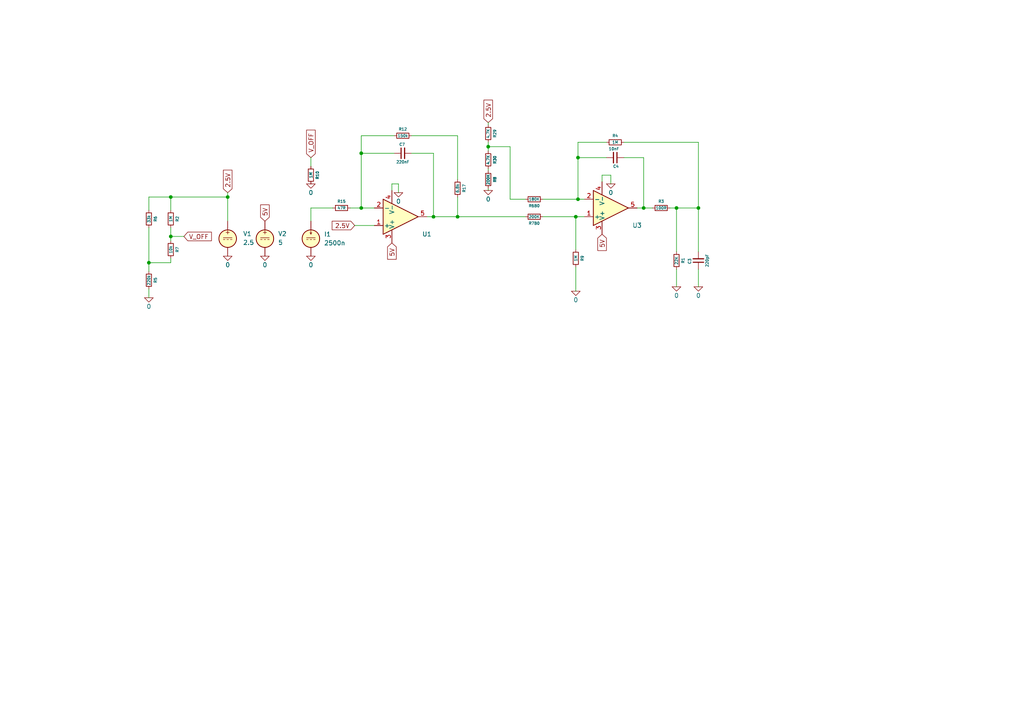
<source format=kicad_sch>
(kicad_sch (version 20250114) (generator "eeschema") (generator_version "9.0")
  (paper "A4")
  (title_block (title "OGS_Board") (date "2024-09-09") (rev "1") (company "Oizom Instruments Private Limited") (comment 1 "H2S / CO / SO2"))
  (lib_symbols
    (symbol "Device:C_Small" (pin_numbers (hide yes)) (pin_names (offset 0.254) (hide yes))
      (property "Reference" "C" (at 0.254 1.778 0))
      (property "Value" "C_Small" (at 0.254 -2.032 0))
      (symbol "C_Small_0_1"
        (polyline (pts (xy -1.524 0.508) (xy 1.524 0.508)) (stroke (width 0.3048)))
        (polyline (pts (xy -1.524 -0.508) (xy 1.524 -0.508)) (stroke (width 0.3302)))
      )
      (symbol "C_Small_1_1"
        (pin passive line (at 0 2.54 270) (length 2.032) (name "~") (number "1"))
        (pin passive line (at 0 -2.54 90) (length 2.032) (name "~") (number "2"))
      )
    )
    (symbol "Device:R_Small" (pin_numbers (hide yes)) (pin_names (offset 0.254) (hide yes))
      (property "Reference" "R" (at 0.762 0.508 0))
      (property "Value" "R_Small" (at 0.762 -1.016 0))
      (symbol "R_Small_0_1"
        (rectangle (start -0.762 1.778) (end 0.762 -1.778) (stroke (width 0.2032)))
      )
      (symbol "R_Small_1_1"
        (pin passive line (at 0 2.54 270) (length 0.762) (name "~") (number "1"))
        (pin passive line (at 0 -2.54 90) (length 0.762) (name "~") (number "2"))
      )
    )
    (symbol "Simulation_SPICE:0" (power) (pin_numbers (hide yes)) (pin_names (offset 0) (hide yes))
      (property "Value" "0" (at 0 -2.54 0))
      (symbol "0_0_1"
        (polyline (pts (xy -1.27 0) (xy 0 -1.27) (xy 1.27 0) (xy -1.27 0)))
      )
      (symbol "0_1_1"
        (pin power_in line (at 0 0 0) (length 0) (name "~") (number "1"))
      )
    )
    (symbol "Simulation_SPICE:IDC" (pin_numbers (hide yes)) (pin_names (offset 0.0254))
      (property "Reference" "I" (at 2.54 2.54 0))
      (property "Value" "1" (at 2.54 0 0))
      (symbol "IDC_0_0"
        (polyline (pts (xy -1.27 0.254) (xy 1.27 0.254)))
        (polyline (pts (xy -0.762 -0.254) (xy -1.27 -0.254)))
        (polyline (pts (xy 0.254 -0.254) (xy -0.254 -0.254)))
        (polyline (pts (xy 1.27 -0.254) (xy 0.762 -0.254)))
      )
      (symbol "IDC_0_1"
        (polyline (pts (xy -0.254 1.778) (xy 0 1.27) (xy 0.254 1.778)))
        (polyline (pts (xy 0 1.27) (xy 0 2.286)))
        (circle (center 0 0) (radius 2.54) (stroke (width 0.254)) (fill (type background)))
      )
      (symbol "IDC_1_1"
        (pin passive line (at 0 5.08 270) (length 2.54) (name "~") (number "1"))
        (pin passive line (at 0 -5.08 90) (length 2.54) (name "~") (number "2"))
      )
    )
    (symbol "Simulation_SPICE:OPAMP" (pin_names (offset 0.254))
      (property "Reference" "U" (at 3.81 3.175 0))
      (property "Value" "${SIM.PARAMS}" (at 3.81 -3.175 0))
      (symbol "OPAMP_0_1"
        (polyline (pts (xy 5.08 0) (xy -5.08 5.08) (xy -5.08 -5.08) (xy 5.08 0)) (stroke (width 0.254)) (fill (type background)))
      )
      (symbol "OPAMP_1_1"
        (pin input line (at -7.62 2.54 0) (length 2.54) (name "+") (number "1"))
        (pin input line (at -7.62 -2.54 0) (length 2.54) (name "-") (number "2"))
        (pin power_in line (at -2.54 7.62 270) (length 3.81) (name "V+") (number "3"))
        (pin power_in line (at -2.54 -7.62 90) (length 3.81) (name "V-") (number "4"))
        (pin output line (at 7.62 0 180) (length 2.54) (name "~") (number "5"))
      )
    )
    (symbol "Simulation_SPICE:VDC" (pin_numbers (hide yes)) (pin_names (offset 0.0254))
      (property "Reference" "V" (at 2.54 2.54 0))
      (property "Value" "1" (at 2.54 0 0))
      (symbol "VDC_0_0"
        (polyline (pts (xy -1.27 0.254) (xy 1.27 0.254)))
        (polyline (pts (xy -0.762 -0.254) (xy -1.27 -0.254)))
        (polyline (pts (xy 0.254 -0.254) (xy -0.254 -0.254)))
        (polyline (pts (xy 1.27 -0.254) (xy 0.762 -0.254)))
        (text "+" (at 0 1.905 0) (effects (font (size 1.27 1.27))))
      )
      (symbol "VDC_0_1"
        (circle (center 0 0) (radius 2.54) (stroke (width 0.254)) (fill (type background)))
      )
      (symbol "VDC_1_1"
        (pin passive line (at 0 5.08 270) (length 2.54) (name "~") (number "1"))
        (pin passive line (at 0 -5.08 90) (length 2.54) (name "~") (number "2"))
      )
    )
  )
  (junction (at 125.73 62.865))
  (junction (at 49.53 57.15))
  (junction (at 141.605 42.545))
  (junction (at 43.18 76.2))
  (junction (at 167.64 45.72))
  (junction (at 186.69 60.325))
  (junction (at 196.215 60.325))
  (junction (at 202.565 60.325))
  (junction (at 49.53 68.58))
  (junction (at 66.04 57.15))
  (junction (at 104.775 44.45))
  (junction (at 167.005 62.865))
  (junction (at 167.64 57.785))
  (junction (at 132.715 62.865))
  (junction (at 104.775 60.325))
  (wire (pts (xy 174.625 52.705) (xy 174.625 50.8)))
  (wire (pts (xy 132.715 39.37) (xy 119.38 39.37)))
  (wire (pts (xy 141.605 42.545) (xy 141.605 43.815)))
  (wire (pts (xy 141.605 35.56) (xy 141.605 36.195)))
  (wire (pts (xy 202.565 78.105) (xy 202.565 83.185)))
  (wire (pts (xy 113.665 55.245) (xy 113.665 53.34)))
  (wire (pts (xy 132.715 52.07) (xy 132.715 39.37)))
  (wire (pts (xy 167.64 45.72) (xy 175.895 45.72)))
  (wire (pts (xy 49.53 66.04) (xy 49.53 68.58)))
  (wire (pts (xy 101.6 60.325) (xy 104.775 60.325)))
  (wire (pts (xy 43.18 76.2) (xy 43.18 78.74)))
  (wire (pts (xy 125.73 62.865) (xy 132.715 62.865)))
  (wire (pts (xy 202.565 41.275) (xy 202.565 60.325)))
  (wire (pts (xy 43.18 57.15) (xy 49.53 57.15)))
  (wire (pts (xy 174.625 50.8) (xy 177.165 50.8)))
  (wire (pts (xy 49.53 74.93) (xy 49.53 76.2)))
  (wire (pts (xy 113.665 53.34) (xy 115.57 53.34)))
  (wire (pts (xy 147.955 57.785) (xy 147.955 42.545)))
  (wire (pts (xy 167.005 62.865) (xy 169.545 62.865)))
  (wire (pts (xy 66.04 55.88) (xy 66.04 57.15)))
  (wire (pts (xy 43.18 83.82) (xy 43.18 86.36)))
  (wire (pts (xy 175.895 41.275) (xy 167.64 41.275)))
  (wire (pts (xy 177.165 50.8) (xy 177.165 53.34)))
  (wire (pts (xy 90.17 60.325) (xy 96.52 60.325)))
  (wire (pts (xy 167.005 62.865) (xy 167.005 72.39)))
  (wire (pts (xy 157.48 57.785) (xy 167.64 57.785)))
  (wire (pts (xy 141.605 48.895) (xy 141.605 49.53)))
  (wire (pts (xy 115.57 53.34) (xy 115.57 55.88)))
  (wire (pts (xy 49.53 76.2) (xy 43.18 76.2)))
  (wire (pts (xy 49.53 57.15) (xy 49.53 60.96)))
  (wire (pts (xy 90.17 45.72) (xy 90.17 48.26)))
  (wire (pts (xy 49.53 68.58) (xy 49.53 69.85)))
  (wire (pts (xy 167.005 77.47) (xy 167.005 84.455)))
  (wire (pts (xy 66.04 57.15) (xy 66.04 64.135)))
  (wire (pts (xy 141.605 54.61) (xy 141.605 55.245)))
  (wire (pts (xy 180.975 45.72) (xy 186.69 45.72)))
  (wire (pts (xy 125.73 62.865) (xy 125.73 44.45)))
  (wire (pts (xy 141.605 42.545) (xy 147.955 42.545)))
  (wire (pts (xy 114.3 39.37) (xy 104.775 39.37)))
  (wire (pts (xy 196.215 60.325) (xy 196.215 73.025)))
  (wire (pts (xy 157.48 62.865) (xy 167.005 62.865)))
  (wire (pts (xy 184.785 60.325) (xy 186.69 60.325)))
  (wire (pts (xy 132.715 62.865) (xy 152.4 62.865)))
  (wire (pts (xy 90.17 60.325) (xy 90.17 64.135)))
  (wire (pts (xy 104.775 44.45) (xy 114.3 44.45)))
  (wire (pts (xy 123.825 62.865) (xy 125.73 62.865)))
  (wire (pts (xy 49.53 57.15) (xy 66.04 57.15)))
  (wire (pts (xy 102.87 65.405) (xy 108.585 65.405)))
  (wire (pts (xy 49.53 68.58) (xy 53.34 68.58)))
  (wire (pts (xy 104.775 44.45) (xy 104.775 60.325)))
  (wire (pts (xy 202.565 60.325) (xy 196.215 60.325)))
  (wire (pts (xy 196.215 78.105) (xy 196.215 83.185)))
  (wire (pts (xy 125.73 44.45) (xy 119.38 44.45)))
  (wire (pts (xy 167.64 57.785) (xy 169.545 57.785)))
  (wire (pts (xy 167.64 41.275) (xy 167.64 45.72)))
  (wire (pts (xy 43.18 60.96) (xy 43.18 57.15)))
  (wire (pts (xy 104.775 60.325) (xy 108.585 60.325)))
  (wire (pts (xy 186.69 60.325) (xy 189.23 60.325)))
  (wire (pts (xy 180.975 41.275) (xy 202.565 41.275)))
  (wire (pts (xy 202.565 60.325) (xy 202.565 73.025)))
  (wire (pts (xy 167.64 45.72) (xy 167.64 57.785)))
  (wire (pts (xy 43.18 66.04) (xy 43.18 76.2)))
  (wire (pts (xy 186.69 45.72) (xy 186.69 60.325)))
  (wire (pts (xy 104.775 39.37) (xy 104.775 44.45)))
  (wire (pts (xy 152.4 57.785) (xy 147.955 57.785)))
  (wire (pts (xy 196.215 60.325) (xy 194.31 60.325)))
  (wire (pts (xy 132.715 57.15) (xy 132.715 62.865)))
  (wire (pts (xy 141.605 41.275) (xy 141.605 42.545)))
  (global_label "V_OFF" (shape input) (at 90.17 45.72 90) (property "Intersheetrefs" "${INTERSHEET_REFS}" (effects (hide yes))))
  (global_label "2.5V" (shape input) (at 102.87 65.405 180) (property "Intersheetrefs" "${INTERSHEET_REFS}" (effects (hide yes))))
  (global_label "2.5V" (shape input) (at 141.605 35.56 90) (property "Intersheetrefs" "${INTERSHEET_REFS}" (effects (hide yes))))
  (global_label "5V" (shape input) (at 76.835 64.135 90) (property "Intersheetrefs" "${INTERSHEET_REFS}" (effects (hide yes))))
  (global_label "5V" (shape input) (at 174.625 67.945 270) (property "Intersheetrefs" "${INTERSHEET_REFS}" (effects (hide yes))))
  (global_label "2.5V" (shape input) (at 66.04 55.88 90) (property "Intersheetrefs" "${INTERSHEET_REFS}" (effects (hide yes))))
  (global_label "V_OFF" (shape input) (at 53.34 68.58 0) (property "Intersheetrefs" "${INTERSHEET_REFS}" (effects (hide yes))))
  (global_label "5V" (shape input) (at 113.665 70.485 270) (property "Intersheetrefs" "${INTERSHEET_REFS}" (effects (hide yes))))
  (symbol (lib_id "Device:R_Small") (at 154.94 57.785 270) (unit 1)
    (property "Reference" "R6B0" (at 154.94 59.69 90) (effects (font (size 0.8 0.8))))
    (property "Value" "180K" (at 154.94 57.785 90) (effects (font (size 0.8 0.8))))
    (property "Footprint" "Resistor_SMD:R_0603_1608Metric" (effects (hide yes)))
  )
  (symbol (lib_id "Simulation_SPICE:OPAMP") (at 177.165 60.325 0) (mirror x) (unit 1)
    (property "Reference" "U3" (at 184.785 65.3736 0))
    (property "Value" "${SIM.PARAMS}" (at 184.785 63.4685 0))
    (property "Datasheet" "https://ngspice.sourceforge.io/docs/ngspice-html-manual/manual.xhtml#sec__SUBCKT_Subcircuits" (effects (hide yes)))
    (property "Description" "Operational amplifier, single, node sequence=1:+ 2:- 3:OUT 4:V+ 5:V-" (effects (hide yes)))
    (property "Sim.Pins" "1=in+ 2=in- 3=vcc 4=vee 5=out" (effects (hide yes)))
    (property "Sim.Device" "SUBCKT" (effects (hide yes)))
    (property "Sim.Library" "${KICAD8_SYMBOL_DIR}/Simulation_SPICE.sp" (effects (hide yes)))
    (property "Sim.Name" "kicad_builtin_opamp" (effects (hide yes)))
  )
  (symbol (lib_id "Device:R_Small") (at 196.215 75.565 0) (unit 1)
    (property "Reference" "R1" (at 198.12 75.565 90) (effects (font (size 0.8 0.8))))
    (property "Value" "22K" (at 196.215 75.565 90) (effects (font (size 0.8 0.8))))
    (property "Footprint" "Resistor_SMD:R_0603_1608Metric" (effects (hide yes)))
  )
  (symbol (lib_id "Device:R_Small") (at 141.605 38.735 0) (unit 1)
    (property "Reference" "R29" (at 143.51 38.735 90) (effects (font (size 0.8 0.8))))
    (property "Value" "4.7K" (at 141.605 38.735 90) (effects (font (size 0.8 0.8))))
    (property "Footprint" "Resistor_SMD:R_0603_1608Metric" (effects (hide yes)))
  )
  (symbol (lib_id "Simulation_SPICE:0") (at 167.005 84.455 0) (unit 1)
    (property "Reference" "#GND02" (effects (hide yes)))
    (property "Value" "0" (at 167.005 86.995 0))
    (property "Datasheet" "https://ngspice.sourceforge.io/docs/ngspice-html-manual/manual.xhtml#subsec_Circuit_elements__device" (effects (hide yes)))
    (property "Description" "0V reference potential for simulation" (effects (hide yes)))
  )
  (symbol (lib_id "Device:R_Small") (at 141.605 46.355 0) (unit 1)
    (property "Reference" "R30" (at 143.51 46.355 90) (effects (font (size 0.8 0.8))))
    (property "Value" "4.7K" (at 141.605 46.355 90) (effects (font (size 0.8 0.8))))
    (property "Footprint" "Resistor_SMD:R_0603_1608Metric" (effects (hide yes)))
  )
  (symbol (lib_id "Device:C_Small") (at 202.565 75.565 180) (unit 1)
    (property "Reference" "C3" (at 200.025 74.93 90) (effects (font (size 0.8 0.8)) (justify left)))
    (property "Value" "220pF" (at 205.105 73.66 90) (effects (font (size 0.8 0.8)) (justify left)))
    (property "Footprint" "Capacitor_SMD:C_0603_1608Metric" (effects (hide yes)))
  )
  (symbol (lib_id "Simulation_SPICE:0") (at 196.215 83.185 0) (unit 1)
    (property "Reference" "#GND05" (effects (hide yes)))
    (property "Value" "0" (at 196.215 85.725 0))
    (property "Datasheet" "https://ngspice.sourceforge.io/docs/ngspice-html-manual/manual.xhtml#subsec_Circuit_elements__device" (effects (hide yes)))
    (property "Description" "0V reference potential for simulation" (effects (hide yes)))
  )
  (symbol (lib_id "Simulation_SPICE:0") (at 66.04 74.295 0) (unit 1)
    (property "Reference" "#GND07" (effects (hide yes)))
    (property "Value" "0" (at 66.04 76.835 0))
    (property "Datasheet" "https://ngspice.sourceforge.io/docs/ngspice-html-manual/manual.xhtml#subsec_Circuit_elements__device" (effects (hide yes)))
    (property "Description" "0V reference potential for simulation" (effects (hide yes)))
  )
  (symbol (lib_id "Device:R_Small") (at 90.17 50.8 0) (unit 1)
    (property "Reference" "R10" (at 92.075 50.8 90) (effects (font (size 0.8 0.8))))
    (property "Value" "1M" (at 90.17 50.8 90) (effects (font (size 0.8 0.8))))
    (property "Footprint" "Resistor_SMD:R_0603_1608Metric" (effects (hide yes)))
  )
  (symbol (lib_id "Device:R_Small") (at 99.06 60.325 90) (unit 1)
    (property "Reference" "R15" (at 99.06 58.42 90) (effects (font (size 0.8 0.8))))
    (property "Value" "47R" (at 99.06 60.325 90) (effects (font (size 0.8 0.8))))
    (property "Footprint" "Resistor_SMD:R_0603_1608Metric" (effects (hide yes)))
  )
  (symbol (lib_id "Simulation_SPICE:0") (at 141.605 55.245 0) (unit 1)
    (property "Reference" "#GND01" (effects (hide yes)))
    (property "Value" "0" (at 141.605 57.785 0))
    (property "Datasheet" "https://ngspice.sourceforge.io/docs/ngspice-html-manual/manual.xhtml#subsec_Circuit_elements__device" (effects (hide yes)))
    (property "Description" "0V reference potential for simulation" (effects (hide yes)))
  )
  (symbol (lib_id "Device:C_Small") (at 178.435 45.72 270) (unit 1)
    (property "Reference" "C4" (at 177.8 48.26 90) (effects (font (size 0.8 0.8)) (justify left)))
    (property "Value" "10nF" (at 176.53 43.18 90) (effects (font (size 0.8 0.8)) (justify left)))
    (property "Footprint" "Capacitor_SMD:C_0603_1608Metric" (effects (hide yes)))
  )
  (symbol (lib_id "Simulation_SPICE:VDC") (at 76.835 69.215 0) (unit 1)
    (property "Reference" "V2" (at 80.645 67.8151 0) (effects (justify left)))
    (property "Value" "5" (at 80.645 70.3551 0) (effects (justify left)))
    (property "Datasheet" "https://ngspice.sourceforge.io/docs/ngspice-html-manual/manual.xhtml#sec_Independent_Sources_for" (effects (hide yes)))
    (property "Description" "Voltage source, DC" (effects (hide yes)))
    (property "Sim.Pins" "1=+ 2=-" (effects (hide yes)))
    (property "Sim.Type" "DC" (effects (hide yes)))
    (property "Sim.Device" "V" (effects (hide yes)))
  )
  (symbol (lib_id "Device:R_Small") (at 154.94 62.865 270) (unit 1)
    (property "Reference" "R7B0" (at 154.94 64.77 90) (effects (font (size 0.8 0.8))))
    (property "Value" "200K" (at 154.94 62.865 90) (effects (font (size 0.8 0.8))))
    (property "Footprint" "Resistor_SMD:R_0603_1608Metric" (effects (hide yes)))
  )
  (symbol (lib_id "Simulation_SPICE:0") (at 43.18 86.36 0) (unit 1)
    (property "Reference" "#GND010" (effects (hide yes)))
    (property "Value" "0" (at 43.18 88.9 0))
    (property "Datasheet" "https://ngspice.sourceforge.io/docs/ngspice-html-manual/manual.xhtml#subsec_Circuit_elements__device" (effects (hide yes)))
    (property "Description" "0V reference potential for simulation" (effects (hide yes)))
  )
  (symbol (lib_id "Simulation_SPICE:IDC") (at 90.17 69.215 0) (unit 1)
    (property "Reference" "I1" (at 93.98 67.9449 0) (effects (justify left)))
    (property "Value" "2500n" (at 93.98 70.4849 0) (effects (justify left)))
    (property "Datasheet" "https://ngspice.sourceforge.io/docs/ngspice-html-manual/manual.xhtml#sec_Independent_Sources_for" (effects (hide yes)))
    (property "Description" "Current source, DC" (effects (hide yes)))
    (property "Sim.Pins" "1=+ 2=-" (effects (hide yes)))
    (property "Sim.Type" "DC" (effects (hide yes)))
    (property "Sim.Device" "I" (effects (hide yes)))
  )
  (symbol (lib_id "Simulation_SPICE:VDC") (at 66.04 69.215 0) (unit 1)
    (property "Reference" "V1" (at 70.485 67.8151 0) (effects (justify left)))
    (property "Value" "2.5" (at 70.485 70.3551 0) (effects (justify left)))
    (property "Datasheet" "https://ngspice.sourceforge.io/docs/ngspice-html-manual/manual.xhtml#sec_Independent_Sources_for" (effects (hide yes)))
    (property "Description" "Voltage source, DC" (effects (hide yes)))
    (property "Sim.Pins" "1=+ 2=-" (effects (hide yes)))
    (property "Sim.Type" "DC" (effects (hide yes)))
    (property "Sim.Device" "V" (effects (hide yes)))
  )
  (symbol (lib_id "Simulation_SPICE:0") (at 76.835 74.295 0) (unit 1)
    (property "Reference" "#GND08" (effects (hide yes)))
    (property "Value" "0" (at 76.835 76.835 0))
    (property "Datasheet" "https://ngspice.sourceforge.io/docs/ngspice-html-manual/manual.xhtml#subsec_Circuit_elements__device" (effects (hide yes)))
    (property "Description" "0V reference potential for simulation" (effects (hide yes)))
  )
  (symbol (lib_id "Device:C_Small") (at 116.84 44.45 90) (unit 1)
    (property "Reference" "C7" (at 117.475 41.91 90) (effects (font (size 0.8 0.8)) (justify left)))
    (property "Value" "220nF" (at 118.745 46.99 90) (effects (font (size 0.8 0.8)) (justify left)))
    (property "Footprint" "Capacitor_SMD:C_0603_1608Metric" (effects (hide yes)))
  )
  (symbol (lib_id "Device:R_Small") (at 132.715 54.61 180) (unit 1)
    (property "Reference" "R17" (at 134.62 54.61 90) (effects (font (size 0.8 0.8))))
    (property "Value" "6.8k" (at 132.715 54.61 90) (effects (font (size 0.8 0.8))))
    (property "Footprint" "Resistor_SMD:R_0603_1608Metric" (effects (hide yes)))
  )
  (symbol (lib_id "Simulation_SPICE:0") (at 202.565 83.185 0) (unit 1)
    (property "Reference" "#GND06" (effects (hide yes)))
    (property "Value" "0" (at 202.565 85.725 0))
    (property "Datasheet" "https://ngspice.sourceforge.io/docs/ngspice-html-manual/manual.xhtml#subsec_Circuit_elements__device" (effects (hide yes)))
    (property "Description" "0V reference potential for simulation" (effects (hide yes)))
  )
  (symbol (lib_id "Device:R_Small") (at 191.77 60.325 90) (unit 1)
    (property "Reference" "R3" (at 191.77 58.42 90) (effects (font (size 0.8 0.8))))
    (property "Value" "100R" (at 191.77 60.325 90) (effects (font (size 0.8 0.8))))
    (property "Footprint" "Resistor_SMD:R_0603_1608Metric" (effects (hide yes)))
  )
  (symbol (lib_id "Device:R_Small") (at 141.605 52.07 0) (unit 1)
    (property "Reference" "R8" (at 143.51 52.07 90) (effects (font (size 0.8 0.8))))
    (property "Value" "200K" (at 141.605 52.07 90) (effects (font (size 0.8 0.8))))
    (property "Footprint" "Resistor_SMD:R_0603_1608Metric" (effects (hide yes)))
  )
  (symbol (lib_id "Simulation_SPICE:0") (at 90.17 53.34 0) (unit 1)
    (property "Reference" "#GND011" (effects (hide yes)))
    (property "Value" "0" (at 90.17 55.88 0))
    (property "Datasheet" "https://ngspice.sourceforge.io/docs/ngspice-html-manual/manual.xhtml#subsec_Circuit_elements__device" (effects (hide yes)))
    (property "Description" "0V reference potential for simulation" (effects (hide yes)))
  )
  (symbol (lib_id "Device:R_Small") (at 43.18 63.5 0) (unit 1)
    (property "Reference" "R6" (at 45.085 63.5 90) (effects (font (size 0.8 0.8))))
    (property "Value" "33k" (at 43.18 63.5 90) (effects (font (size 0.8 0.8))))
    (property "Footprint" "Resistor_SMD:R_0603_1608Metric" (effects (hide yes)))
  )
  (symbol (lib_id "Device:R_Small") (at 49.53 63.5 0) (unit 1)
    (property "Reference" "R2" (at 51.435 63.5 90) (effects (font (size 0.8 0.8))))
    (property "Value" "1M" (at 49.53 63.5 90) (effects (font (size 0.8 0.8))))
    (property "Footprint" "Resistor_SMD:R_0603_1608Metric" (effects (hide yes)))
  )
  (symbol (lib_id "Simulation_SPICE:0") (at 115.57 55.88 0) (unit 1)
    (property "Reference" "#GND04" (effects (hide yes)))
    (property "Value" "0" (at 115.57 58.42 0))
    (property "Datasheet" "https://ngspice.sourceforge.io/docs/ngspice-html-manual/manual.xhtml#subsec_Circuit_elements__device" (effects (hide yes)))
    (property "Description" "0V reference potential for simulation" (effects (hide yes)))
  )
  (symbol (lib_id "Simulation_SPICE:0") (at 177.165 53.34 0) (unit 1)
    (property "Reference" "#GND03" (effects (hide yes)))
    (property "Value" "0" (at 177.165 55.88 0))
    (property "Datasheet" "https://ngspice.sourceforge.io/docs/ngspice-html-manual/manual.xhtml#subsec_Circuit_elements__device" (effects (hide yes)))
    (property "Description" "0V reference potential for simulation" (effects (hide yes)))
  )
  (symbol (lib_id "Device:R_Small") (at 43.18 81.28 0) (unit 1)
    (property "Reference" "R5" (at 45.085 81.28 90) (effects (font (size 0.8 0.8))))
    (property "Value" "220k" (at 43.18 81.28 90) (effects (font (size 0.8 0.8))))
    (property "Footprint" "Resistor_SMD:R_0603_1608Metric" (effects (hide yes)))
  )
  (symbol (lib_id "Device:R_Small") (at 167.005 74.93 0) (unit 1)
    (property "Reference" "R9" (at 168.91 74.93 90) (effects (font (size 0.8 0.8))))
    (property "Value" "1M" (at 167.005 74.93 90) (effects (font (size 0.8 0.8))))
    (property "Footprint" "Resistor_SMD:R_0603_1608Metric" (effects (hide yes)))
  )
  (symbol (lib_id "Simulation_SPICE:OPAMP") (at 116.205 62.865 0) (mirror x) (unit 1)
    (property "Reference" "U1" (at 123.825 67.9136 0))
    (property "Value" "${SIM.PARAMS}" (at 123.825 66.0085 0))
    (property "Datasheet" "https://ngspice.sourceforge.io/docs/ngspice-html-manual/manual.xhtml#sec__SUBCKT_Subcircuits" (effects (hide yes)))
    (property "Description" "Operational amplifier, single, node sequence=1:+ 2:- 3:OUT 4:V+ 5:V-" (effects (hide yes)))
    (property "Sim.Pins" "1=in+ 2=in- 3=vcc 4=vee 5=out" (effects (hide yes)))
    (property "Sim.Device" "SUBCKT" (effects (hide yes)))
    (property "Sim.Library" "${KICAD8_SYMBOL_DIR}/Simulation_SPICE.sp" (effects (hide yes)))
    (property "Sim.Name" "kicad_builtin_opamp" (effects (hide yes)))
  )
  (symbol (lib_id "Device:R_Small") (at 178.435 41.275 90) (unit 1)
    (property "Reference" "R4" (at 178.435 39.37 90) (effects (font (size 0.8 0.8))))
    (property "Value" "1M" (at 178.435 41.275 90) (effects (font (size 0.8 0.8))))
    (property "Footprint" "Resistor_SMD:R_0603_1608Metric" (effects (hide yes)))
  )
  (symbol (lib_id "Simulation_SPICE:0") (at 90.17 74.295 0) (unit 1)
    (property "Reference" "#GND09" (effects (hide yes)))
    (property "Value" "0" (at 90.17 76.835 0))
    (property "Datasheet" "https://ngspice.sourceforge.io/docs/ngspice-html-manual/manual.xhtml#subsec_Circuit_elements__device" (effects (hide yes)))
    (property "Description" "0V reference potential for simulation" (effects (hide yes)))
  )
  (symbol (lib_id "Device:R_Small") (at 49.53 72.39 0) (unit 1)
    (property "Reference" "R7" (at 51.435 72.39 90) (effects (font (size 0.8 0.8))))
    (property "Value" "10k" (at 49.53 72.39 90) (effects (font (size 0.8 0.8))))
    (property "Footprint" "Resistor_SMD:R_0603_1608Metric" (effects (hide yes)))
  )
  (symbol (lib_id "Device:R_Small") (at 116.84 39.37 90) (unit 1)
    (property "Reference" "R12" (at 116.84 37.465 90) (effects (font (size 0.8 0.8))))
    (property "Value" "150k" (at 116.84 39.37 90) (effects (font (size 0.8 0.8))))
    (property "Footprint" "Resistor_SMD:R_0603_1608Metric" (effects (hide yes)))
  )
)
</source>
